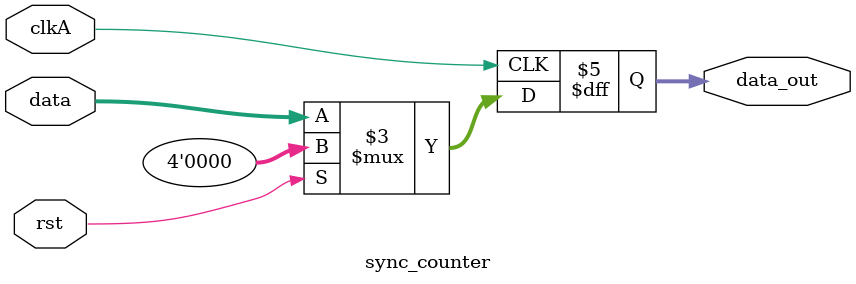
<source format=sv>
/*
ECE481 Group 2
2/25/2019
Counter with 2 clocks, synthesized with one clock mux
Provided by Dr. Ataur Patwary
*/


module sync_counter(input logic clkA, input logic [3:0] data, input logic rst, output logic [3:0] data_out );


always_ff @ (posedge clkA)
begin
	if(rst)
	begin
		data_out <= 4'b0;
	
	end
	else
	begin
		data_out <= data;
	end
end

endmodule

</source>
